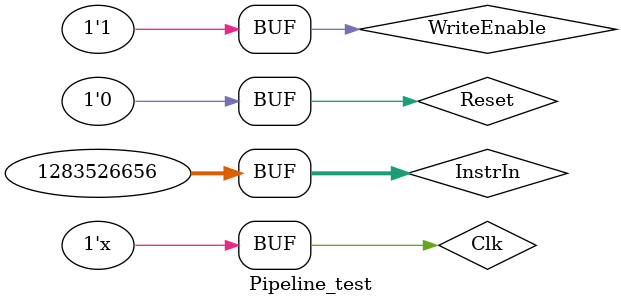
<source format=v>
`timescale 1ns / 1ps


module Pipeline_test;

	// Inputs
	reg [31:0] InstrIn;
	reg Reset;
	reg Clk;
	reg WriteEnable;

	// Outputs
	wire [31:0] ALUOut;
//	wire			DataSrc;
	
	// Instantiate the Unit Under Test (UUT)
	top uut (
		.InstrIn(InstrIn), 
		.reset(Reset), 
		.clk(Clk),  
		.Output(ALUOut) 
	);

	always #5
	Clk = ~Clk;

	initial begin
		// Initialize Inputs
		InstrIn = 0;
		Reset = 1;
		Clk = 0;
		WriteEnable = 0;
 

		// Wait 100 ns for global reset to finish
		#100;
      
		Reset = 0;
		WriteEnable = 1;
		
		
//		---- I type ---
		#30
		InstrIn= 32'b011010_00000_00000_0000000000000101;		// I, add r0 with 00000005 =>   r0 = 00000005

		#10
		InstrIn= 32'b011010_00001_00001_0000000000001010;		// I, add r1 with 0000000A =>   r1 = 0000000A

		#10
		InstrIn= 32'b011010_00010_00010_1111111111111000;		// I, add r2 with 0000FFF8 =>   r2 = 0000FFF8

		#10
		InstrIn= 32'b011001_00011_00011_1111111111111000;		// I, not r3     				=>   r3 = FFFFFFFF
		
		#10
		InstrIn= 32'b011100_00100_00100_1010101010101010;		// I, or r4 with 0000AAAA  =>   r4 = 00000AAAA
		
		#10
		InstrIn= 32'b011101_00101_00101_1111111111111111;		// I, and r5 with 0000FFFF =>   r5 = 00000000
		
		#10
		InstrIn= 32'b011110_00110_00110_1111111111111000;		// I, slt r6 with 0000FFFF8 =>  r6 = 00000001 
		
		#10 
		InstrIn = 32'b011010_00001_00001_0000000000001010;       // I type, ADD r1 with 0000000A => r1 = 0000000A 
		
		#10 
        InstrIn = 32'b011100_00010_00010_0000000000000010;      // I type, OR r2 with 00000002 => r2 = 00000002

//		---- R type ---
		#10
		InstrIn= 32'b010001_00111_00001_00000_00000000000;		// R, not r1(0000000A)                   =>  r7 = FFFFFFF5

		#10
		InstrIn= 32'b010010_01000_00001_00010_00000000000;		// R, add r1(0000000A) with r2(0000FFF8) =>  r8 = 00010002
		
		#10
		InstrIn= 32'b010010_01001_00001_00011_00000000000;		// R, add r1(0000000A) with r3(FFFFFFFF) =>  r9 = 00000009
		
		#10
		InstrIn= 32'b010010_01010_00001_00100_00000000000;		// R, add r1(0000000A) with r4(0000AAAA) =>  r10 = 0000AAB4
		
		#10
		InstrIn= 32'b010010_01011_00001_00101_00000000000;		// R, add r1(0000000A) with r5(00000000) =>  r11 = 0000000A  
		
		#10
		InstrIn= 32'b010010_01100_00001_00110_00000000000;		// R, add r1(0000000A) wtih r6(00000001) =>  r12 = 0000000B  
		
		#10 
		InstrIn= 32'b010010_00011_00001_00010_00000000000;      // R type, ADD r1(0000000A) with r2(00000002) => r3 = 0000000C 
		
		#10 
        InstrIn= 32'b010011_00100_00001_00010_00000000000;      // R type, SUB r1(0000000A) with r2(00000002) => r4 = 00000008

		
		
		// Add stimulus here

	end
      
endmodule


</source>
